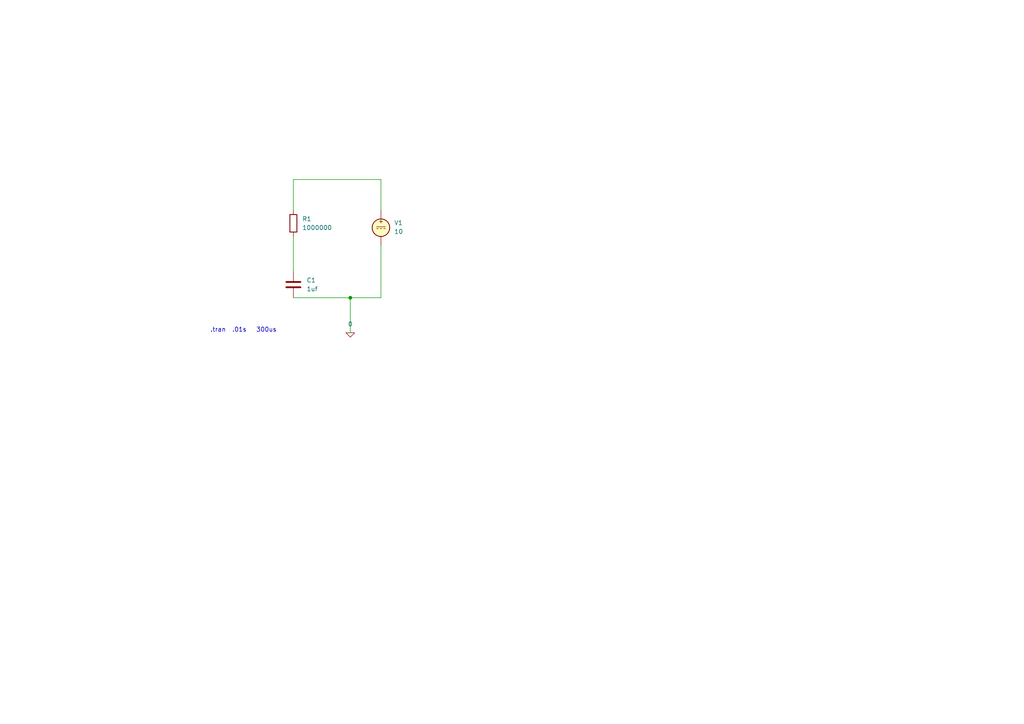
<source format=kicad_sch>
(kicad_sch (version 20230121) (generator eeschema)
  (paper "A4")
  (lib_symbols
    (symbol "Device:C" (pin_numbers hide) (pin_names (offset 0.254))
      (property "Reference" "C" (at 0.635 2.54 0))
      (property "Value" "C" (at 0.635 -2.54 0))
      (symbol "C_0_1"
        (polyline (pts (xy -2.032 -0.762) (xy 2.032 -0.762)) (stroke (width 0.508)))
        (polyline (pts (xy -2.032 0.762) (xy 2.032 0.762)) (stroke (width 0.508)))
      )
      (symbol "C_1_1"
        (pin passive line (at 0 3.81 270) (length 2.794) (name "~") (number "1"))
        (pin passive line (at 0 -3.81 90) (length 2.794) (name "~") (number "2"))
      )
    )
    (symbol "Device:R" (pin_numbers hide) (pin_names (offset 0))
      (property "Reference" "R" (at 2.032 0 90))
      (property "Value" "R" (at 0 0 90))
      (symbol "R_0_1"
        (rectangle (start -1.016 -2.54) (end 1.016 2.54) (stroke (width 0.254)))
      )
      (symbol "R_1_1"
        (pin passive line (at 0 3.81 270) (length 1.27) (name "~") (number "1"))
        (pin passive line (at 0 -3.81 90) (length 1.27) (name "~") (number "2"))
      )
    )
    (symbol "Simulation_SPICE:0" (power) (pin_names (offset 0))
      (property "Value" "0" (at 0 -1.778 0))
      (symbol "0_0_1"
        (polyline (pts (xy -1.27 0) (xy 0 -1.27) (xy 1.27 0) (xy -1.27 0)))
      )
      (symbol "0_1_1"
        (pin power_in line (at 0 0 0) (length 0) hide (name "0") (number "1"))
      )
    )
    (symbol "Simulation_SPICE:VDC" (pin_numbers hide) (pin_names (offset 0.0254))
      (property "Reference" "V" (at 2.54 2.54 0))
      (property "Value" "1" (at 2.54 0 0))
      (symbol "VDC_0_0"
        (polyline (pts (xy -1.27 0.254) (xy 1.27 0.254)))
        (polyline (pts (xy -0.762 -0.254) (xy -1.27 -0.254)))
        (polyline (pts (xy 0.254 -0.254) (xy -0.254 -0.254)))
        (polyline (pts (xy 1.27 -0.254) (xy 0.762 -0.254)))
        (text "+" (at 0 1.905 0) (effects (font (size 1.27 1.27))))
      )
      (symbol "VDC_0_1"
        (circle (center 0 0) (radius 2.54) (stroke (width 0.254)) (fill (type background)))
      )
      (symbol "VDC_1_1"
        (pin passive line (at 0 5.08 270) (length 2.54) (name "~") (number "1"))
        (pin passive line (at 0 -5.08 90) (length 2.54) (name "~") (number "2"))
      )
    )
  )
  (junction (at 101.6 86.36))
  (wire (pts (xy 85.09 60.96) (xy 85.09 52.07)))
  (wire (pts (xy 110.49 71.12) (xy 110.49 86.36)))
  (wire (pts (xy 110.49 86.36) (xy 101.6 86.36)))
  (wire (pts (xy 85.09 68.58) (xy 85.09 78.74)))
  (wire (pts (xy 85.09 52.07) (xy 110.49 52.07)))
  (wire (pts (xy 101.6 86.36) (xy 85.09 86.36)))
  (wire (pts (xy 110.49 52.07) (xy 110.49 60.96)))
  (wire (pts (xy 101.6 96.52) (xy 101.6 86.36)))
  (text ".tran  .01s   300us" (at 60.96 96.52 0) (effects (font (size 1.27 1.27)) (justify left bottom)))
  (symbol (lib_id "Simulation_SPICE:VDC") (at 110.49 66.04 0) (unit 1)
    (property "Reference" "V1" (at 114.3 64.6402 0) (effects (justify left)))
    (property "Value" "10" (at 114.3 67.1802 0) (effects (justify left)))
    (property "Sim.Pins" "1=+ 2=-" (effects hide))
    (property "Sim.Type" "DC" (effects hide))
    (property "Sim.Device" "V" (effects hide))
  )
  (symbol (lib_id "Device:R") (at 85.09 64.77 0) (unit 1)
    (property "Reference" "R1" (at 87.63 63.5 0) (effects (justify left)))
    (property "Value" "1000000" (at 87.63 66.04 0) (effects (justify left)))
  )
  (symbol (lib_id "Simulation_SPICE:0") (at 101.6 96.52 0) (unit 1)
    (property "Reference" "#GND01" (effects hide))
    (property "Value" "0" (at 101.6 93.98 0))
  )
  (symbol (lib_id "Device:C") (at 85.09 82.55 0) (unit 1)
    (property "Reference" "C1" (at 88.9 81.28 0) (effects (justify left)))
    (property "Value" "1uf" (at 88.9 83.82 0) (effects (justify left)))
  )
)
</source>
